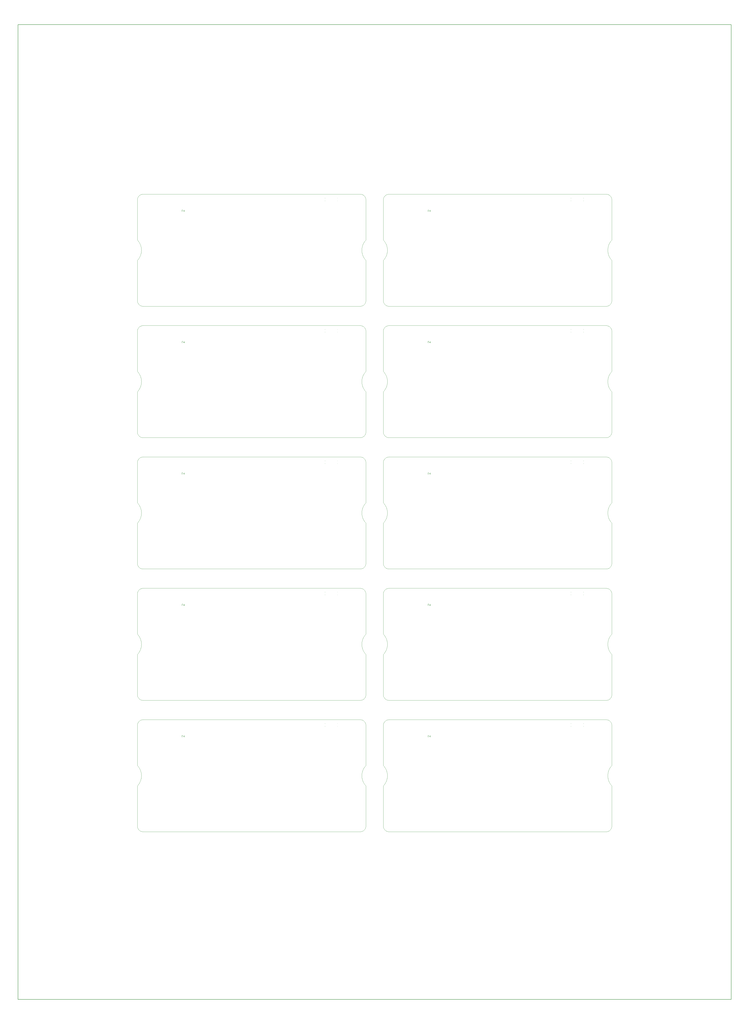
<source format=gm1>
%FSTAX23Y23*%
%MOIN*%
%SFA1B1*%

%IPPOS*%
%ADD14C,0.003940*%
%ADD15C,0.005000*%
%ADD95C,0.001000*%
%ADD96C,0.000000*%
%LNcontrolboardv1-1*%
%LPD*%
G54D14*
X02821Y04519D02*
Y04543D01*
X02826Y04548*
X02836*
X02841Y04543*
Y04519*
G54D15*
X0Y0D02*
X12286D01*
Y16786*
X0*
Y0*
G54D14*
X02866Y04548D02*
Y04519D01*
X02851Y04534*
X02871*
G54D95*
X02056Y03679D02*
X02063Y03686D01*
X02069Y03694*
X02075Y03701*
X02081Y03709*
X02086Y03718*
X02091Y03726*
X02096Y03735*
X02101Y03744*
X02105Y03753*
X02109Y03762*
X02112Y03771*
X02115Y03781*
X02118Y0379*
X0212Y038*
X02122Y03809*
X02123Y03819*
X02125Y03829*
X02125Y03839*
X02126Y03849*
Y03859*
X02125Y03869*
X02125Y03879*
X02123Y03888*
X02122Y03898*
X0212Y03908*
X02118Y03917*
X02115Y03927*
X02112Y03936*
X02109Y03946*
X02105Y03955*
X02101Y03964*
X02096Y03973*
X02091Y03981*
X02086Y0399*
X02081Y03998*
X02075Y04006*
X02069Y04014*
X02063Y04022*
X02056Y04029*
X02155Y04818D02*
X02145Y04818D01*
X02135Y04816*
X02126Y04814*
X02117Y04811*
X02108Y04807*
X021Y04802*
X02092Y04796*
X02085Y04789*
X02078Y04782*
X02073Y04774*
X02068Y04766*
X02063Y04757*
X0206Y04748*
X02058Y04739*
X02056Y04729*
X02056Y04719*
Y02987D02*
X02056Y02977D01*
X02058Y02967*
X02061Y02957*
X02064Y02947*
X02069Y02938*
X02075Y0293*
X02081Y02922*
X02089Y02914*
X02097Y02908*
X02105Y02902*
X02114Y02897*
X02124Y02894*
X02134Y02891*
X02144Y02889*
X02154Y02889*
X05894D02*
X05905Y02889D01*
X05915Y02891*
X05925Y02894*
X05934Y02897*
X05944Y02902*
X05952Y02908*
X0596Y02914*
X05968Y02922*
X05974Y0293*
X0598Y02938*
X05984Y02947*
X05988Y02957*
X05991Y02967*
X05992Y02977*
X05993Y02987*
Y04719D02*
X05993Y04729D01*
X05991Y04739*
X05989Y04748*
X05985Y04757*
X05981Y04766*
X05976Y04774*
X05971Y04782*
X05964Y04789*
X05957Y04796*
X05949Y04802*
X05941Y04807*
X05932Y04811*
X05923Y04814*
X05914Y04816*
X05904Y04818*
X05894Y04818*
X05993Y04029D02*
X05986Y04022D01*
X0598Y04014*
X05974Y04006*
X05968Y03998*
X05963Y0399*
X05957Y03981*
X05953Y03973*
X05948Y03964*
X05944Y03955*
X0594Y03946*
X05937Y03936*
X05934Y03927*
X05931Y03917*
X05929Y03908*
X05927Y03898*
X05925Y03888*
X05924Y03879*
X05924Y03869*
X05923Y03859*
Y03849*
X05924Y03839*
X05924Y03829*
X05925Y03819*
X05927Y03809*
X05929Y038*
X05931Y0379*
X05934Y03781*
X05937Y03771*
X0594Y03762*
X05944Y03753*
X05948Y03744*
X05953Y03735*
X05957Y03726*
X05963Y03718*
X05968Y03709*
X05974Y03701*
X0598Y03694*
X05986Y03686*
X05993Y03679*
X02056Y02987D02*
Y03679D01*
Y04029D02*
Y0472D01*
X02154Y02889D02*
X05894D01*
X05993Y04029D02*
Y0472D01*
Y02987D02*
Y03679D01*
X02155Y04818D02*
X05894D01*
G54D96*
X05503Y04752D02*
X05505D01*
X05503Y04705D02*
X05505D01*
X05288Y04752D02*
X0529D01*
X05288Y04705D02*
X0529D01*
G54D14*
X07059Y04519D02*
Y04543D01*
X07064Y04548*
X07074*
X07078Y04543*
Y04519*
X07103Y04548D02*
Y04519D01*
X07088Y04534*
X07108*
G54D95*
X06293Y03679D02*
X063Y03686D01*
X06306Y03694*
X06312Y03701*
X06318Y03709*
X06323Y03718*
X06328Y03726*
X06333Y03735*
X06338Y03744*
X06342Y03753*
X06346Y03762*
X06349Y03771*
X06352Y03781*
X06355Y0379*
X06357Y038*
X06359Y03809*
X0636Y03819*
X06362Y03829*
X06362Y03839*
X06363Y03849*
Y03859*
X06362Y03869*
X06362Y03879*
X0636Y03888*
X06359Y03898*
X06357Y03908*
X06355Y03917*
X06352Y03927*
X06349Y03936*
X06346Y03946*
X06342Y03955*
X06338Y03964*
X06333Y03973*
X06328Y03981*
X06323Y0399*
X06318Y03998*
X06312Y04006*
X06306Y04014*
X063Y04022*
X06293Y04029*
X06392Y04818D02*
X06382Y04818D01*
X06372Y04816*
X06363Y04814*
X06354Y04811*
X06345Y04807*
X06337Y04802*
X06329Y04796*
X06322Y04789*
X06315Y04782*
X0631Y04774*
X06305Y04766*
X063Y04757*
X06297Y04748*
X06295Y04739*
X06293Y04729*
X06293Y04719*
Y02987D02*
X06293Y02977D01*
X06295Y02967*
X06298Y02957*
X06301Y02947*
X06306Y02938*
X06312Y0293*
X06318Y02922*
X06326Y02914*
X06334Y02908*
X06342Y02902*
X06351Y02897*
X06361Y02894*
X06371Y02891*
X06381Y02889*
X06392Y02889*
X10131D02*
X10142Y02889D01*
X10152Y02891*
X10162Y02894*
X10172Y02897*
X10181Y02902*
X10189Y02908*
X10197Y02914*
X10205Y02922*
X10211Y0293*
X10217Y02938*
X10221Y02947*
X10225Y02957*
X10228Y02967*
X10229Y02977*
X1023Y02987*
Y04719D02*
X1023Y04729D01*
X10228Y04739*
X10226Y04748*
X10222Y04757*
X10218Y04766*
X10213Y04774*
X10208Y04782*
X10201Y04789*
X10194Y04796*
X10186Y04802*
X10178Y04807*
X10169Y04811*
X1016Y04814*
X10151Y04816*
X10141Y04818*
X10131Y04818*
X1023Y04029D02*
X10223Y04022D01*
X10217Y04014*
X10211Y04006*
X10205Y03998*
X102Y0399*
X10194Y03981*
X1019Y03973*
X10185Y03964*
X10181Y03955*
X10177Y03946*
X10174Y03936*
X10171Y03927*
X10168Y03917*
X10166Y03908*
X10164Y03898*
X10162Y03888*
X10161Y03879*
X10161Y03869*
X1016Y03859*
Y03849*
X10161Y03839*
X10161Y03829*
X10162Y03819*
X10164Y03809*
X10166Y038*
X10168Y0379*
X10171Y03781*
X10174Y03771*
X10177Y03762*
X10181Y03753*
X10185Y03744*
X1019Y03735*
X10194Y03726*
X102Y03718*
X10205Y03709*
X10211Y03701*
X10217Y03694*
X10223Y03686*
X1023Y03679*
X06293Y02987D02*
Y03679D01*
Y04029D02*
Y0472D01*
X06392Y02889D02*
X10131D01*
X1023Y04029D02*
Y0472D01*
Y02987D02*
Y03679D01*
X06392Y04818D02*
X10131D01*
G54D96*
X0974Y04752D02*
X09742D01*
X0974Y04705D02*
X09742D01*
X09525Y04752D02*
X09527D01*
X09525Y04705D02*
X09527D01*
G54D14*
X02821Y06781D02*
Y06805D01*
X02826Y0681*
X02836*
X02841Y06805*
Y06781*
X02866Y0681D02*
Y06781D01*
X02851Y06796*
X02871*
G54D95*
X02056Y05941D02*
X02063Y05948D01*
X02069Y05956*
X02075Y05963*
X02081Y05971*
X02086Y0598*
X02091Y05988*
X02096Y05997*
X02101Y06006*
X02105Y06015*
X02109Y06024*
X02112Y06033*
X02115Y06043*
X02118Y06052*
X0212Y06062*
X02122Y06071*
X02123Y06081*
X02125Y06091*
X02125Y06101*
X02126Y06111*
Y06121*
X02125Y06131*
X02125Y06141*
X02123Y0615*
X02122Y0616*
X0212Y0617*
X02118Y06179*
X02115Y06189*
X02112Y06198*
X02109Y06208*
X02105Y06217*
X02101Y06226*
X02096Y06235*
X02091Y06243*
X02086Y06252*
X02081Y0626*
X02075Y06268*
X02069Y06276*
X02063Y06284*
X02056Y06291*
X02155Y0708D02*
X02145Y0708D01*
X02135Y07078*
X02126Y07076*
X02117Y07073*
X02108Y07069*
X021Y07064*
X02092Y07058*
X02085Y07051*
X02078Y07044*
X02073Y07036*
X02068Y07028*
X02063Y07019*
X0206Y0701*
X02058Y07001*
X02056Y06991*
X02056Y06981*
Y05249D02*
X02056Y05239D01*
X02058Y05229*
X02061Y05219*
X02064Y05209*
X02069Y052*
X02075Y05192*
X02081Y05184*
X02089Y05176*
X02097Y0517*
X02105Y05164*
X02114Y05159*
X02124Y05156*
X02134Y05153*
X02144Y05151*
X02154Y05151*
X05894D02*
X05905Y05151D01*
X05915Y05153*
X05925Y05156*
X05934Y05159*
X05944Y05164*
X05952Y0517*
X0596Y05176*
X05968Y05184*
X05974Y05192*
X0598Y052*
X05984Y05209*
X05988Y05219*
X05991Y05229*
X05992Y05239*
X05993Y05249*
Y06981D02*
X05993Y06991D01*
X05991Y07001*
X05989Y0701*
X05985Y07019*
X05981Y07028*
X05976Y07036*
X05971Y07044*
X05964Y07051*
X05957Y07058*
X05949Y07064*
X05941Y07069*
X05932Y07073*
X05923Y07076*
X05914Y07078*
X05904Y0708*
X05894Y0708*
X05993Y06291D02*
X05986Y06284D01*
X0598Y06276*
X05974Y06268*
X05968Y0626*
X05963Y06252*
X05957Y06243*
X05953Y06235*
X05948Y06226*
X05944Y06217*
X0594Y06208*
X05937Y06198*
X05934Y06189*
X05931Y06179*
X05929Y0617*
X05927Y0616*
X05925Y0615*
X05924Y06141*
X05924Y06131*
X05923Y06121*
Y06111*
X05924Y06101*
X05924Y06091*
X05925Y06081*
X05927Y06071*
X05929Y06062*
X05931Y06052*
X05934Y06043*
X05937Y06033*
X0594Y06024*
X05944Y06015*
X05948Y06006*
X05953Y05997*
X05957Y05988*
X05963Y0598*
X05968Y05971*
X05974Y05963*
X0598Y05956*
X05986Y05948*
X05993Y05941*
X02056Y05249D02*
Y05941D01*
Y06291D02*
Y06982D01*
X02154Y05151D02*
X05894D01*
X05993Y06291D02*
Y06982D01*
Y05249D02*
Y05941D01*
X02155Y0708D02*
X05894D01*
G54D96*
X05503Y07014D02*
X05505D01*
X05503Y06967D02*
X05505D01*
X05288Y07014D02*
X0529D01*
X05288Y06967D02*
X0529D01*
G54D14*
X07059Y06781D02*
Y06805D01*
X07064Y0681*
X07074*
X07078Y06805*
Y06781*
X07103Y0681D02*
Y06781D01*
X07088Y06796*
X07108*
G54D95*
X06293Y05941D02*
X063Y05948D01*
X06306Y05956*
X06312Y05963*
X06318Y05971*
X06323Y0598*
X06328Y05988*
X06333Y05997*
X06338Y06006*
X06342Y06015*
X06346Y06024*
X06349Y06033*
X06352Y06043*
X06355Y06052*
X06357Y06062*
X06359Y06071*
X0636Y06081*
X06362Y06091*
X06362Y06101*
X06363Y06111*
Y06121*
X06362Y06131*
X06362Y06141*
X0636Y0615*
X06359Y0616*
X06357Y0617*
X06355Y06179*
X06352Y06189*
X06349Y06198*
X06346Y06208*
X06342Y06217*
X06338Y06226*
X06333Y06235*
X06328Y06243*
X06323Y06252*
X06318Y0626*
X06312Y06268*
X06306Y06276*
X063Y06284*
X06293Y06291*
X06392Y0708D02*
X06382Y0708D01*
X06372Y07078*
X06363Y07076*
X06354Y07073*
X06345Y07069*
X06337Y07064*
X06329Y07058*
X06322Y07051*
X06315Y07044*
X0631Y07036*
X06305Y07028*
X063Y07019*
X06297Y0701*
X06295Y07001*
X06293Y06991*
X06293Y06981*
Y05249D02*
X06293Y05239D01*
X06295Y05229*
X06298Y05219*
X06301Y05209*
X06306Y052*
X06312Y05192*
X06318Y05184*
X06326Y05176*
X06334Y0517*
X06342Y05164*
X06351Y05159*
X06361Y05156*
X06371Y05153*
X06381Y05151*
X06392Y05151*
X10131D02*
X10142Y05151D01*
X10152Y05153*
X10162Y05156*
X10172Y05159*
X10181Y05164*
X10189Y0517*
X10197Y05176*
X10205Y05184*
X10211Y05192*
X10217Y052*
X10221Y05209*
X10225Y05219*
X10228Y05229*
X10229Y05239*
X1023Y05249*
Y06981D02*
X1023Y06991D01*
X10228Y07001*
X10226Y0701*
X10222Y07019*
X10218Y07028*
X10213Y07036*
X10208Y07044*
X10201Y07051*
X10194Y07058*
X10186Y07064*
X10178Y07069*
X10169Y07073*
X1016Y07076*
X10151Y07078*
X10141Y0708*
X10131Y0708*
X1023Y06291D02*
X10223Y06284D01*
X10217Y06276*
X10211Y06268*
X10205Y0626*
X102Y06252*
X10194Y06243*
X1019Y06235*
X10185Y06226*
X10181Y06217*
X10177Y06208*
X10174Y06198*
X10171Y06189*
X10168Y06179*
X10166Y0617*
X10164Y0616*
X10162Y0615*
X10161Y06141*
X10161Y06131*
X1016Y06121*
Y06111*
X10161Y06101*
X10161Y06091*
X10162Y06081*
X10164Y06071*
X10166Y06062*
X10168Y06052*
X10171Y06043*
X10174Y06033*
X10177Y06024*
X10181Y06015*
X10185Y06006*
X1019Y05997*
X10194Y05988*
X102Y0598*
X10205Y05971*
X10211Y05963*
X10217Y05956*
X10223Y05948*
X1023Y05941*
X06293Y05249D02*
Y05941D01*
Y06291D02*
Y06982D01*
X06392Y05151D02*
X10131D01*
X1023Y06291D02*
Y06982D01*
Y05249D02*
Y05941D01*
X06392Y0708D02*
X10131D01*
G54D96*
X0974Y07014D02*
X09742D01*
X0974Y06967D02*
X09742D01*
X09525Y07014D02*
X09527D01*
X09525Y06967D02*
X09527D01*
G54D14*
X02821Y09042D02*
Y09067D01*
X02826Y09072*
X02836*
X02841Y09067*
Y09042*
X02866Y09072D02*
Y09042D01*
X02851Y09057*
X02871*
G54D95*
X02056Y08203D02*
X02063Y0821D01*
X02069Y08218*
X02075Y08225*
X02081Y08233*
X02086Y08242*
X02091Y0825*
X02096Y08259*
X02101Y08268*
X02105Y08277*
X02109Y08286*
X02112Y08295*
X02115Y08305*
X02118Y08314*
X0212Y08324*
X02122Y08333*
X02123Y08343*
X02125Y08353*
X02125Y08363*
X02126Y08373*
Y08383*
X02125Y08393*
X02125Y08402*
X02123Y08411*
X02122Y08421*
X0212Y08431*
X02118Y08441*
X02115Y0845*
X02112Y08459*
X02109Y08469*
X02105Y08478*
X02101Y08487*
X02096Y08496*
X02091Y08504*
X02086Y08513*
X02081Y08521*
X02075Y08529*
X02069Y08537*
X02063Y08545*
X02056Y08552*
X02155Y09341D02*
X02145Y09341D01*
X02135Y09339*
X02126Y09337*
X02117Y09334*
X02108Y0933*
X021Y09325*
X02092Y09319*
X02085Y09312*
X02078Y09305*
X02073Y09297*
X02068Y09289*
X02063Y0928*
X0206Y09271*
X02058Y09262*
X02056Y09252*
X02056Y09242*
Y07511D02*
X02056Y07501D01*
X02058Y07491*
X02061Y07481*
X02064Y07471*
X02069Y07462*
X02075Y07454*
X02081Y07446*
X02089Y07438*
X02097Y07432*
X02105Y07426*
X02114Y07421*
X02124Y07418*
X02134Y07415*
X02144Y07413*
X02154Y07413*
X05894D02*
X05905Y07413D01*
X05915Y07415*
X05925Y07418*
X05934Y07421*
X05944Y07426*
X05952Y07432*
X0596Y07438*
X05968Y07446*
X05974Y07454*
X0598Y07462*
X05984Y07471*
X05988Y07481*
X05991Y07491*
X05992Y07501*
X05993Y07511*
Y09242D02*
X05993Y09252D01*
X05991Y09262*
X05989Y09271*
X05985Y0928*
X05981Y09289*
X05976Y09297*
X05971Y09305*
X05964Y09312*
X05957Y09319*
X05949Y09325*
X05941Y0933*
X05932Y09334*
X05923Y09337*
X05914Y09339*
X05904Y09341*
X05894Y09341*
X05993Y08552D02*
X05986Y08545D01*
X0598Y08537*
X05974Y08529*
X05968Y08521*
X05963Y08513*
X05957Y08504*
X05953Y08496*
X05948Y08487*
X05944Y08478*
X0594Y08469*
X05937Y08459*
X05934Y0845*
X05931Y08441*
X05929Y08431*
X05927Y08421*
X05925Y08411*
X05924Y08402*
X05924Y08393*
X05923Y08383*
Y08373*
X05924Y08363*
X05924Y08353*
X05925Y08343*
X05927Y08333*
X05929Y08324*
X05931Y08314*
X05934Y08305*
X05937Y08295*
X0594Y08286*
X05944Y08277*
X05948Y08268*
X05953Y08259*
X05957Y0825*
X05963Y08242*
X05968Y08233*
X05974Y08225*
X0598Y08218*
X05986Y0821*
X05993Y08203*
X02056Y07511D02*
Y08203D01*
Y08552D02*
Y09243D01*
X02154Y07413D02*
X05894D01*
X05993Y08552D02*
Y09243D01*
Y07511D02*
Y08203D01*
X02155Y09341D02*
X05894D01*
G54D96*
X05503Y09275D02*
X05505D01*
X05503Y09228D02*
X05505D01*
X05288Y09275D02*
X0529D01*
X05288Y09228D02*
X0529D01*
G54D14*
X07059Y09042D02*
Y09067D01*
X07064Y09072*
X07074*
X07078Y09067*
Y09042*
X07103Y09072D02*
Y09042D01*
X07088Y09057*
X07108*
G54D95*
X06293Y08203D02*
X063Y0821D01*
X06306Y08218*
X06312Y08225*
X06318Y08233*
X06323Y08242*
X06328Y0825*
X06333Y08259*
X06338Y08268*
X06342Y08277*
X06346Y08286*
X06349Y08295*
X06352Y08305*
X06355Y08314*
X06357Y08324*
X06359Y08333*
X0636Y08343*
X06362Y08353*
X06362Y08363*
X06363Y08373*
Y08383*
X06362Y08393*
X06362Y08402*
X0636Y08411*
X06359Y08421*
X06357Y08431*
X06355Y08441*
X06352Y0845*
X06349Y08459*
X06346Y08469*
X06342Y08478*
X06338Y08487*
X06333Y08496*
X06328Y08504*
X06323Y08513*
X06318Y08521*
X06312Y08529*
X06306Y08537*
X063Y08545*
X06293Y08552*
X06392Y09341D02*
X06382Y09341D01*
X06372Y09339*
X06363Y09337*
X06354Y09334*
X06345Y0933*
X06337Y09325*
X06329Y09319*
X06322Y09312*
X06315Y09305*
X0631Y09297*
X06305Y09289*
X063Y0928*
X06297Y09271*
X06295Y09262*
X06293Y09252*
X06293Y09242*
Y07511D02*
X06293Y07501D01*
X06295Y07491*
X06298Y07481*
X06301Y07471*
X06306Y07462*
X06312Y07454*
X06318Y07446*
X06326Y07438*
X06334Y07432*
X06342Y07426*
X06351Y07421*
X06361Y07418*
X06371Y07415*
X06381Y07413*
X06392Y07413*
X10131D02*
X10142Y07413D01*
X10152Y07415*
X10162Y07418*
X10172Y07421*
X10181Y07426*
X10189Y07432*
X10197Y07438*
X10205Y07446*
X10211Y07454*
X10217Y07462*
X10221Y07471*
X10225Y07481*
X10228Y07491*
X10229Y07501*
X1023Y07511*
Y09242D02*
X1023Y09252D01*
X10228Y09262*
X10226Y09271*
X10222Y0928*
X10218Y09289*
X10213Y09297*
X10208Y09305*
X10201Y09312*
X10194Y09319*
X10186Y09325*
X10178Y0933*
X10169Y09334*
X1016Y09337*
X10151Y09339*
X10141Y09341*
X10131Y09341*
X1023Y08552D02*
X10223Y08545D01*
X10217Y08537*
X10211Y08529*
X10205Y08521*
X102Y08513*
X10194Y08504*
X1019Y08496*
X10185Y08487*
X10181Y08478*
X10177Y08469*
X10174Y08459*
X10171Y0845*
X10168Y08441*
X10166Y08431*
X10164Y08421*
X10162Y08411*
X10161Y08402*
X10161Y08393*
X1016Y08383*
Y08373*
X10161Y08363*
X10161Y08353*
X10162Y08343*
X10164Y08333*
X10166Y08324*
X10168Y08314*
X10171Y08305*
X10174Y08295*
X10177Y08286*
X10181Y08277*
X10185Y08268*
X1019Y08259*
X10194Y0825*
X102Y08242*
X10205Y08233*
X10211Y08225*
X10217Y08218*
X10223Y0821*
X1023Y08203*
X06293Y07511D02*
Y08203D01*
Y08552D02*
Y09243D01*
X06392Y07413D02*
X10131D01*
X1023Y08552D02*
Y09243D01*
Y07511D02*
Y08203D01*
X06392Y09341D02*
X10131D01*
G54D96*
X0974Y09275D02*
X09742D01*
X0974Y09228D02*
X09742D01*
X09525Y09275D02*
X09527D01*
X09525Y09228D02*
X09527D01*
G54D14*
X02821Y11304D02*
Y11329D01*
X02826Y11334*
X02836*
X02841Y11329*
Y11304*
X02866Y11334D02*
Y11304D01*
X02851Y11319*
X02871*
G54D95*
X02056Y10464D02*
X02063Y10471D01*
X02069Y10479*
X02075Y10486*
X02081Y10494*
X02086Y10503*
X02091Y10511*
X02096Y1052*
X02101Y10529*
X02105Y10538*
X02109Y10547*
X02112Y10556*
X02115Y10566*
X02118Y10575*
X0212Y10585*
X02122Y10594*
X02123Y10604*
X02125Y10614*
X02125Y10624*
X02126Y10634*
Y10644*
X02125Y10654*
X02125Y10664*
X02123Y10673*
X02122Y10683*
X0212Y10693*
X02118Y10703*
X02115Y10712*
X02112Y10721*
X02109Y10731*
X02105Y1074*
X02101Y10749*
X02096Y10758*
X02091Y10766*
X02086Y10775*
X02081Y10783*
X02075Y10791*
X02069Y10799*
X02063Y10807*
X02056Y10814*
X02155Y11603D02*
X02145Y11603D01*
X02135Y11601*
X02126Y11599*
X02117Y11596*
X02108Y11592*
X021Y11587*
X02092Y11581*
X02085Y11574*
X02078Y11567*
X02073Y11559*
X02068Y11551*
X02063Y11542*
X0206Y11533*
X02058Y11524*
X02056Y11514*
X02056Y11504*
Y09773D02*
X02056Y09762D01*
X02058Y09752*
X02061Y09742*
X02064Y09732*
X02069Y09723*
X02075Y09715*
X02081Y09707*
X02089Y09699*
X02097Y09693*
X02105Y09687*
X02114Y09682*
X02124Y09679*
X02134Y09676*
X02144Y09674*
X02154Y09674*
X05894D02*
X05905Y09674D01*
X05915Y09676*
X05925Y09679*
X05934Y09682*
X05944Y09687*
X05952Y09693*
X0596Y09699*
X05968Y09707*
X05974Y09715*
X0598Y09723*
X05984Y09732*
X05988Y09742*
X05991Y09752*
X05992Y09762*
X05993Y09773*
Y11504D02*
X05993Y11514D01*
X05991Y11524*
X05989Y11533*
X05985Y11542*
X05981Y11551*
X05976Y11559*
X05971Y11567*
X05964Y11574*
X05957Y11581*
X05949Y11587*
X05941Y11592*
X05932Y11596*
X05923Y11599*
X05914Y11601*
X05904Y11603*
X05894Y11603*
X05993Y10814D02*
X05986Y10807D01*
X0598Y10799*
X05974Y10791*
X05968Y10783*
X05963Y10775*
X05957Y10766*
X05953Y10758*
X05948Y10749*
X05944Y1074*
X0594Y10731*
X05937Y10721*
X05934Y10712*
X05931Y10703*
X05929Y10693*
X05927Y10683*
X05925Y10673*
X05924Y10664*
X05924Y10654*
X05923Y10644*
Y10634*
X05924Y10624*
X05924Y10614*
X05925Y10604*
X05927Y10594*
X05929Y10585*
X05931Y10575*
X05934Y10566*
X05937Y10556*
X0594Y10547*
X05944Y10538*
X05948Y10529*
X05953Y1052*
X05957Y10511*
X05963Y10503*
X05968Y10494*
X05974Y10486*
X0598Y10479*
X05986Y10471*
X05993Y10464*
X02056Y09772D02*
Y10464D01*
Y10814D02*
Y11505D01*
X02154Y09674D02*
X05894D01*
X05993Y10814D02*
Y11505D01*
Y09772D02*
Y10464D01*
X02155Y11603D02*
X05894D01*
G54D96*
X05503Y11537D02*
X05505D01*
X05503Y1149D02*
X05505D01*
X05288Y11537D02*
X0529D01*
X05288Y1149D02*
X0529D01*
G54D14*
X07059Y11304D02*
Y11329D01*
X07064Y11334*
X07074*
X07078Y11329*
Y11304*
X07103Y11334D02*
Y11304D01*
X07088Y11319*
X07108*
G54D95*
X06293Y10464D02*
X063Y10471D01*
X06306Y10479*
X06312Y10486*
X06318Y10494*
X06323Y10503*
X06328Y10511*
X06333Y1052*
X06338Y10529*
X06342Y10538*
X06346Y10547*
X06349Y10556*
X06352Y10566*
X06355Y10575*
X06357Y10585*
X06359Y10594*
X0636Y10604*
X06362Y10614*
X06362Y10624*
X06363Y10634*
Y10644*
X06362Y10654*
X06362Y10664*
X0636Y10673*
X06359Y10683*
X06357Y10693*
X06355Y10703*
X06352Y10712*
X06349Y10721*
X06346Y10731*
X06342Y1074*
X06338Y10749*
X06333Y10758*
X06328Y10766*
X06323Y10775*
X06318Y10783*
X06312Y10791*
X06306Y10799*
X063Y10807*
X06293Y10814*
X06392Y11603D02*
X06382Y11603D01*
X06372Y11601*
X06363Y11599*
X06354Y11596*
X06345Y11592*
X06337Y11587*
X06329Y11581*
X06322Y11574*
X06315Y11567*
X0631Y11559*
X06305Y11551*
X063Y11542*
X06297Y11533*
X06295Y11524*
X06293Y11514*
X06293Y11504*
Y09773D02*
X06293Y09762D01*
X06295Y09752*
X06298Y09742*
X06301Y09732*
X06306Y09723*
X06312Y09715*
X06318Y09707*
X06326Y09699*
X06334Y09693*
X06342Y09687*
X06351Y09682*
X06361Y09679*
X06371Y09676*
X06381Y09674*
X06392Y09674*
X10131D02*
X10142Y09674D01*
X10152Y09676*
X10162Y09679*
X10172Y09682*
X10181Y09687*
X10189Y09693*
X10197Y09699*
X10205Y09707*
X10211Y09715*
X10217Y09723*
X10221Y09732*
X10225Y09742*
X10228Y09752*
X10229Y09762*
X1023Y09773*
Y11504D02*
X1023Y11514D01*
X10228Y11524*
X10226Y11533*
X10222Y11542*
X10218Y11551*
X10213Y11559*
X10208Y11567*
X10201Y11574*
X10194Y11581*
X10186Y11587*
X10178Y11592*
X10169Y11596*
X1016Y11599*
X10151Y11601*
X10141Y11603*
X10131Y11603*
X1023Y10814D02*
X10223Y10807D01*
X10217Y10799*
X10211Y10791*
X10205Y10783*
X102Y10775*
X10194Y10766*
X1019Y10758*
X10185Y10749*
X10181Y1074*
X10177Y10731*
X10174Y10721*
X10171Y10712*
X10168Y10703*
X10166Y10693*
X10164Y10683*
X10162Y10673*
X10161Y10664*
X10161Y10654*
X1016Y10644*
Y10634*
X10161Y10624*
X10161Y10614*
X10162Y10604*
X10164Y10594*
X10166Y10585*
X10168Y10575*
X10171Y10566*
X10174Y10556*
X10177Y10547*
X10181Y10538*
X10185Y10529*
X1019Y1052*
X10194Y10511*
X102Y10503*
X10205Y10494*
X10211Y10486*
X10217Y10479*
X10223Y10471*
X1023Y10464*
X06293Y09772D02*
Y10464D01*
Y10814D02*
Y11505D01*
X06392Y09674D02*
X10131D01*
X1023Y10814D02*
Y11505D01*
Y09772D02*
Y10464D01*
X06392Y11603D02*
X10131D01*
G54D96*
X0974Y11537D02*
X09742D01*
X0974Y1149D02*
X09742D01*
X09525Y11537D02*
X09527D01*
X09525Y1149D02*
X09527D01*
G54D14*
X02821Y13566D02*
Y13591D01*
X02826Y13596*
X02836*
X02841Y13591*
Y13566*
X02866Y13596D02*
Y13566D01*
X02851Y13581*
X02871*
G54D95*
X02056Y12726D02*
X02063Y12733D01*
X02069Y12741*
X02075Y12748*
X02081Y12756*
X02086Y12765*
X02091Y12773*
X02096Y12782*
X02101Y12791*
X02105Y128*
X02109Y12809*
X02112Y12818*
X02115Y12828*
X02118Y12837*
X0212Y12847*
X02122Y12856*
X02123Y12866*
X02125Y12876*
X02125Y12886*
X02126Y12896*
Y12906*
X02125Y12916*
X02125Y12926*
X02123Y12935*
X02122Y12945*
X0212Y12955*
X02118Y12965*
X02115Y12974*
X02112Y12983*
X02109Y12993*
X02105Y13002*
X02101Y13011*
X02096Y1302*
X02091Y13028*
X02086Y13037*
X02081Y13045*
X02075Y13053*
X02069Y13061*
X02063Y13069*
X02056Y13076*
X02155Y13865D02*
X02145Y13865D01*
X02135Y13863*
X02126Y13861*
X02117Y13858*
X02108Y13854*
X021Y13849*
X02092Y13843*
X02085Y13836*
X02078Y13829*
X02073Y13821*
X02068Y13813*
X02063Y13804*
X0206Y13795*
X02058Y13786*
X02056Y13776*
X02056Y13766*
Y12035D02*
X02056Y12024D01*
X02058Y12014*
X02061Y12004*
X02064Y11994*
X02069Y11985*
X02075Y11977*
X02081Y11969*
X02089Y11961*
X02097Y11955*
X02105Y11949*
X02114Y11944*
X02124Y11941*
X02134Y11938*
X02144Y11936*
X02154Y11936*
X05894D02*
X05905Y11936D01*
X05915Y11938*
X05925Y11941*
X05934Y11944*
X05944Y11949*
X05952Y11955*
X0596Y11961*
X05968Y11969*
X05974Y11977*
X0598Y11985*
X05984Y11994*
X05988Y12004*
X05991Y12014*
X05992Y12024*
X05993Y12035*
Y13766D02*
X05993Y13776D01*
X05991Y13786*
X05989Y13795*
X05985Y13804*
X05981Y13813*
X05976Y13821*
X05971Y13829*
X05964Y13836*
X05957Y13843*
X05949Y13849*
X05941Y13854*
X05932Y13858*
X05923Y13861*
X05914Y13863*
X05904Y13865*
X05894Y13865*
X05993Y13076D02*
X05986Y13069D01*
X0598Y13061*
X05974Y13053*
X05968Y13045*
X05963Y13037*
X05957Y13028*
X05953Y1302*
X05948Y13011*
X05944Y13002*
X0594Y12993*
X05937Y12983*
X05934Y12974*
X05931Y12965*
X05929Y12955*
X05927Y12945*
X05925Y12935*
X05924Y12926*
X05924Y12916*
X05923Y12906*
Y12896*
X05924Y12886*
X05924Y12876*
X05925Y12866*
X05927Y12856*
X05929Y12847*
X05931Y12837*
X05934Y12828*
X05937Y12818*
X0594Y12809*
X05944Y128*
X05948Y12791*
X05953Y12782*
X05957Y12773*
X05963Y12765*
X05968Y12756*
X05974Y12748*
X0598Y12741*
X05986Y12733*
X05993Y12726*
X02056Y12034D02*
Y12726D01*
Y13076D02*
Y13767D01*
X02154Y11936D02*
X05894D01*
X05993Y13076D02*
Y13767D01*
Y12034D02*
Y12726D01*
X02155Y13865D02*
X05894D01*
G54D96*
X05503Y13799D02*
X05505D01*
X05503Y13752D02*
X05505D01*
X05288Y13799D02*
X0529D01*
X05288Y13752D02*
X0529D01*
G54D14*
X07059Y13566D02*
Y13591D01*
X07064Y13596*
X07074*
X07078Y13591*
Y13566*
X07103Y13596D02*
Y13566D01*
X07088Y13581*
X07108*
G54D95*
X06293Y12726D02*
X063Y12733D01*
X06306Y12741*
X06312Y12748*
X06318Y12756*
X06323Y12765*
X06328Y12773*
X06333Y12782*
X06338Y12791*
X06342Y128*
X06346Y12809*
X06349Y12818*
X06352Y12828*
X06355Y12837*
X06357Y12847*
X06359Y12856*
X0636Y12866*
X06362Y12876*
X06362Y12886*
X06363Y12896*
Y12906*
X06362Y12916*
X06362Y12926*
X0636Y12935*
X06359Y12945*
X06357Y12955*
X06355Y12965*
X06352Y12974*
X06349Y12983*
X06346Y12993*
X06342Y13002*
X06338Y13011*
X06333Y1302*
X06328Y13028*
X06323Y13037*
X06318Y13045*
X06312Y13053*
X06306Y13061*
X063Y13069*
X06293Y13076*
X06392Y13865D02*
X06382Y13865D01*
X06372Y13863*
X06363Y13861*
X06354Y13858*
X06345Y13854*
X06337Y13849*
X06329Y13843*
X06322Y13836*
X06315Y13829*
X0631Y13821*
X06305Y13813*
X063Y13804*
X06297Y13795*
X06295Y13786*
X06293Y13776*
X06293Y13766*
Y12035D02*
X06293Y12024D01*
X06295Y12014*
X06298Y12004*
X06301Y11994*
X06306Y11985*
X06312Y11977*
X06318Y11969*
X06326Y11961*
X06334Y11955*
X06342Y11949*
X06351Y11944*
X06361Y11941*
X06371Y11938*
X06381Y11936*
X06392Y11936*
X10131D02*
X10142Y11936D01*
X10152Y11938*
X10162Y11941*
X10172Y11944*
X10181Y11949*
X10189Y11955*
X10197Y11961*
X10205Y11969*
X10211Y11977*
X10217Y11985*
X10221Y11994*
X10225Y12004*
X10228Y12014*
X10229Y12024*
X1023Y12035*
Y13766D02*
X1023Y13776D01*
X10228Y13786*
X10226Y13795*
X10222Y13804*
X10218Y13813*
X10213Y13821*
X10208Y13829*
X10201Y13836*
X10194Y13843*
X10186Y13849*
X10178Y13854*
X10169Y13858*
X1016Y13861*
X10151Y13863*
X10141Y13865*
X10131Y13865*
X1023Y13076D02*
X10223Y13069D01*
X10217Y13061*
X10211Y13053*
X10205Y13045*
X102Y13037*
X10194Y13028*
X1019Y1302*
X10185Y13011*
X10181Y13002*
X10177Y12993*
X10174Y12983*
X10171Y12974*
X10168Y12965*
X10166Y12955*
X10164Y12945*
X10162Y12935*
X10161Y12926*
X10161Y12916*
X1016Y12906*
Y12896*
X10161Y12886*
X10161Y12876*
X10162Y12866*
X10164Y12856*
X10166Y12847*
X10168Y12837*
X10171Y12828*
X10174Y12818*
X10177Y12809*
X10181Y128*
X10185Y12791*
X1019Y12782*
X10194Y12773*
X102Y12765*
X10205Y12756*
X10211Y12748*
X10217Y12741*
X10223Y12733*
X1023Y12726*
X06293Y12034D02*
Y12726D01*
Y13076D02*
Y13767D01*
X06392Y11936D02*
X10131D01*
X1023Y13076D02*
Y13767D01*
Y12034D02*
Y12726D01*
X06392Y13865D02*
X10131D01*
G54D96*
X0974Y13799D02*
X09742D01*
X0974Y13752D02*
X09742D01*
X09525Y13799D02*
X09527D01*
X09525Y13752D02*
X09527D01*
M02*
</source>
